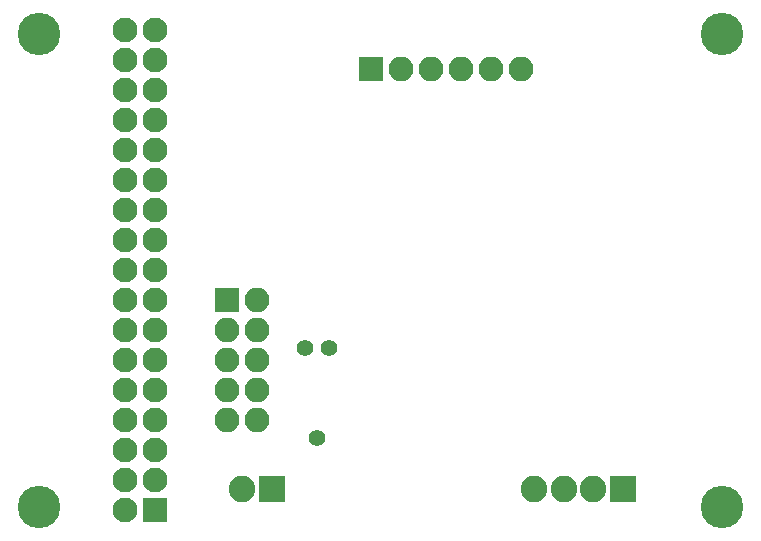
<source format=gbr>
G04 #@! TF.FileFunction,Soldermask,Bot*
%FSLAX46Y46*%
G04 Gerber Fmt 4.6, Leading zero omitted, Abs format (unit mm)*
G04 Created by KiCad (PCBNEW 4.0.7) date 05/18/18 07:30:45*
%MOMM*%
%LPD*%
G01*
G04 APERTURE LIST*
%ADD10C,0.100000*%
%ADD11C,3.600000*%
%ADD12R,2.100000X2.100000*%
%ADD13O,2.100000X2.100000*%
%ADD14C,1.390600*%
%ADD15R,2.250000X2.250000*%
%ADD16C,2.250000*%
%ADD17C,2.100000*%
G04 APERTURE END LIST*
D10*
D11*
X88773000Y-112522000D03*
X146558000Y-112522000D03*
X146558000Y-72517000D03*
X88773000Y-72517000D03*
D12*
X104648000Y-94996000D03*
D13*
X107188000Y-94996000D03*
X104648000Y-97536000D03*
X107188000Y-97536000D03*
X104648000Y-100076000D03*
X107188000Y-100076000D03*
X104648000Y-102616000D03*
X107188000Y-102616000D03*
X104648000Y-105156000D03*
X107188000Y-105156000D03*
D14*
X111252000Y-99060000D03*
X113284000Y-99060000D03*
X112268000Y-106680000D03*
D15*
X108458000Y-110998000D03*
D16*
X105958000Y-110998000D03*
D12*
X98552000Y-112776000D03*
D17*
X96012000Y-112776000D03*
X98552000Y-110236000D03*
X96012000Y-110236000D03*
X98552000Y-107696000D03*
X96012000Y-107696000D03*
X98552000Y-105156000D03*
X96012000Y-105156000D03*
X98552000Y-102616000D03*
X96012000Y-102616000D03*
X98552000Y-100076000D03*
X96012000Y-100076000D03*
X98552000Y-97536000D03*
X96012000Y-97536000D03*
X98552000Y-94996000D03*
X96012000Y-94996000D03*
X98552000Y-92456000D03*
X96012000Y-92456000D03*
X98552000Y-89916000D03*
X96012000Y-89916000D03*
X98552000Y-87376000D03*
X96012000Y-87376000D03*
X98552000Y-84836000D03*
X96012000Y-84836000D03*
X98552000Y-82296000D03*
X96012000Y-82296000D03*
X98552000Y-79756000D03*
X96012000Y-79756000D03*
X98552000Y-77216000D03*
X96012000Y-77216000D03*
X98552000Y-74676000D03*
X96012000Y-74676000D03*
X98552000Y-72136000D03*
X96012000Y-72136000D03*
D12*
X116840000Y-75438000D03*
D13*
X119380000Y-75438000D03*
X121920000Y-75438000D03*
X124460000Y-75438000D03*
X127000000Y-75438000D03*
X129540000Y-75438000D03*
D15*
X138176000Y-110998000D03*
D16*
X135676000Y-110998000D03*
X133176000Y-110998000D03*
X130676000Y-110998000D03*
M02*

</source>
